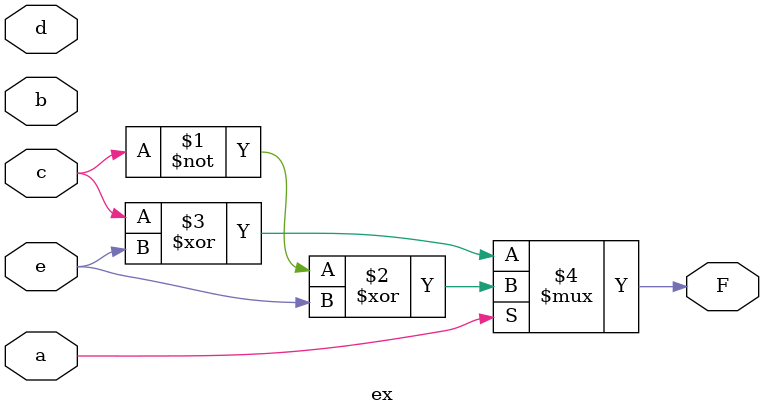
<source format=v>

module ex ( 
    a, b, c, d, e,
    F  );
  input  a, b, c, d, e;
  output F;
  assign F = a ? (~c ^ e) : (c ^ e);
endmodule



</source>
